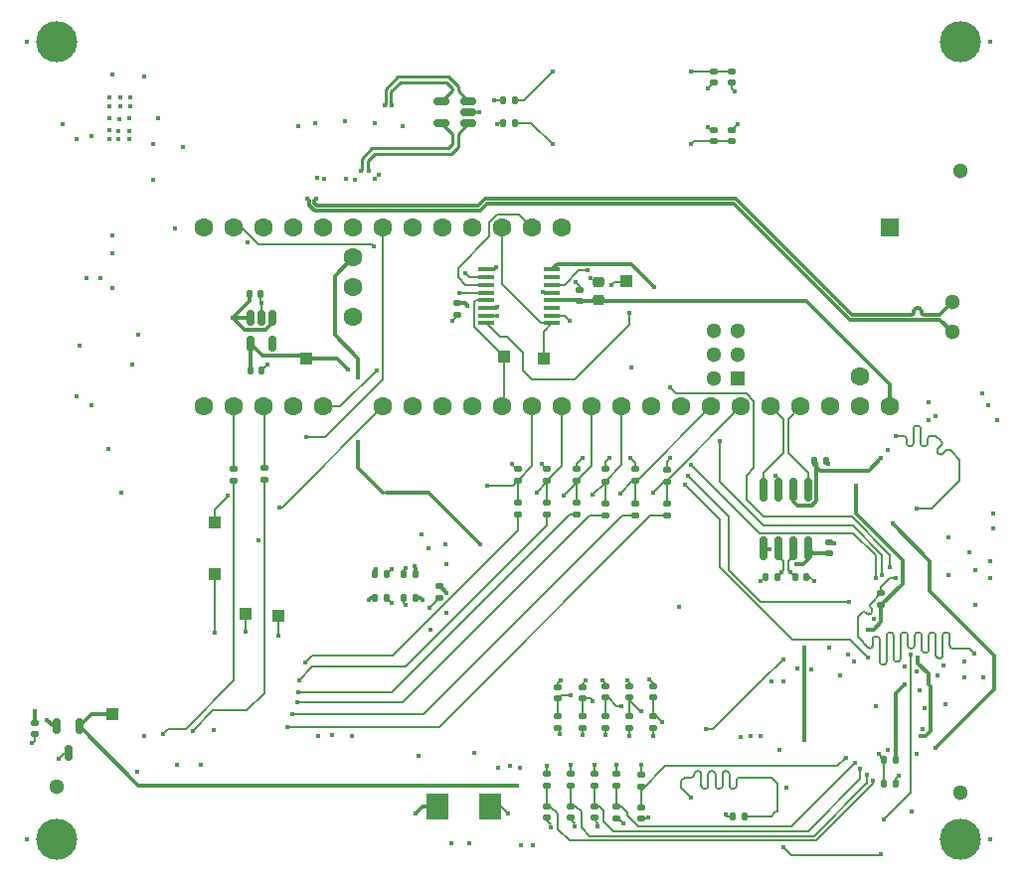
<source format=gbl>
%TF.GenerationSoftware,KiCad,Pcbnew,9.0.4*%
%TF.CreationDate,2026-02-10T01:46:23-05:00*%
%TF.ProjectId,main_board_v3,6d61696e-5f62-46f6-9172-645f76332e6b,rev?*%
%TF.SameCoordinates,Original*%
%TF.FileFunction,Copper,L4,Bot*%
%TF.FilePolarity,Positive*%
%FSLAX46Y46*%
G04 Gerber Fmt 4.6, Leading zero omitted, Abs format (unit mm)*
G04 Created by KiCad (PCBNEW 9.0.4) date 2026-02-10 01:46:23*
%MOMM*%
%LPD*%
G01*
G04 APERTURE LIST*
G04 Aperture macros list*
%AMRoundRect*
0 Rectangle with rounded corners*
0 $1 Rounding radius*
0 $2 $3 $4 $5 $6 $7 $8 $9 X,Y pos of 4 corners*
0 Add a 4 corners polygon primitive as box body*
4,1,4,$2,$3,$4,$5,$6,$7,$8,$9,$2,$3,0*
0 Add four circle primitives for the rounded corners*
1,1,$1+$1,$2,$3*
1,1,$1+$1,$4,$5*
1,1,$1+$1,$6,$7*
1,1,$1+$1,$8,$9*
0 Add four rect primitives between the rounded corners*
20,1,$1+$1,$2,$3,$4,$5,0*
20,1,$1+$1,$4,$5,$6,$7,0*
20,1,$1+$1,$6,$7,$8,$9,0*
20,1,$1+$1,$8,$9,$2,$3,0*%
G04 Aperture macros list end*
%TA.AperFunction,ComponentPad*%
%ADD10C,1.300000*%
%TD*%
%TA.AperFunction,ComponentPad*%
%ADD11C,3.500000*%
%TD*%
%TA.AperFunction,ComponentPad*%
%ADD12R,1.600000X1.600000*%
%TD*%
%TA.AperFunction,ComponentPad*%
%ADD13C,1.600000*%
%TD*%
%TA.AperFunction,ComponentPad*%
%ADD14R,1.300000X1.300000*%
%TD*%
%TA.AperFunction,SMDPad,CuDef*%
%ADD15RoundRect,0.135000X0.185000X-0.135000X0.185000X0.135000X-0.185000X0.135000X-0.185000X-0.135000X0*%
%TD*%
%TA.AperFunction,SMDPad,CuDef*%
%ADD16RoundRect,0.135000X-0.135000X-0.185000X0.135000X-0.185000X0.135000X0.185000X-0.135000X0.185000X0*%
%TD*%
%TA.AperFunction,SMDPad,CuDef*%
%ADD17RoundRect,0.135000X0.135000X0.185000X-0.135000X0.185000X-0.135000X-0.185000X0.135000X-0.185000X0*%
%TD*%
%TA.AperFunction,SMDPad,CuDef*%
%ADD18RoundRect,0.150000X-0.150000X0.512500X-0.150000X-0.512500X0.150000X-0.512500X0.150000X0.512500X0*%
%TD*%
%TA.AperFunction,SMDPad,CuDef*%
%ADD19RoundRect,0.140000X0.140000X0.170000X-0.140000X0.170000X-0.140000X-0.170000X0.140000X-0.170000X0*%
%TD*%
%TA.AperFunction,SMDPad,CuDef*%
%ADD20RoundRect,0.150000X-0.150000X0.825000X-0.150000X-0.825000X0.150000X-0.825000X0.150000X0.825000X0*%
%TD*%
%TA.AperFunction,SMDPad,CuDef*%
%ADD21R,1.874000X2.259800*%
%TD*%
%TA.AperFunction,SMDPad,CuDef*%
%ADD22RoundRect,0.140000X-0.170000X0.140000X-0.170000X-0.140000X0.170000X-0.140000X0.170000X0.140000X0*%
%TD*%
%TA.AperFunction,SMDPad,CuDef*%
%ADD23RoundRect,0.140000X0.170000X-0.140000X0.170000X0.140000X-0.170000X0.140000X-0.170000X-0.140000X0*%
%TD*%
%TA.AperFunction,SMDPad,CuDef*%
%ADD24RoundRect,0.135000X-0.185000X0.135000X-0.185000X-0.135000X0.185000X-0.135000X0.185000X0.135000X0*%
%TD*%
%TA.AperFunction,SMDPad,CuDef*%
%ADD25R,1.000000X1.000000*%
%TD*%
%TA.AperFunction,SMDPad,CuDef*%
%ADD26RoundRect,0.140000X-0.140000X-0.170000X0.140000X-0.170000X0.140000X0.170000X-0.140000X0.170000X0*%
%TD*%
%TA.AperFunction,SMDPad,CuDef*%
%ADD27RoundRect,0.225000X-0.250000X0.225000X-0.250000X-0.225000X0.250000X-0.225000X0.250000X0.225000X0*%
%TD*%
%TA.AperFunction,SMDPad,CuDef*%
%ADD28RoundRect,0.150000X0.512500X0.150000X-0.512500X0.150000X-0.512500X-0.150000X0.512500X-0.150000X0*%
%TD*%
%TA.AperFunction,SMDPad,CuDef*%
%ADD29R,1.473200X0.355600*%
%TD*%
%TA.AperFunction,ViaPad*%
%ADD30C,0.450000*%
%TD*%
%TA.AperFunction,Conductor*%
%ADD31C,0.200000*%
%TD*%
%TA.AperFunction,Conductor*%
%ADD32C,0.300000*%
%TD*%
%TA.AperFunction,Conductor*%
%ADD33C,0.288800*%
%TD*%
G04 APERTURE END LIST*
D10*
%TO.P,,1*%
%TO.N,N/C*%
X132000000Y-28000000D03*
%TD*%
%TO.P,,1*%
%TO.N,N/C*%
X132000000Y-81000000D03*
%TD*%
%TO.P,,1*%
%TO.N,N/C*%
X55000000Y-80500000D03*
%TD*%
D11*
%TO.P,H4,1*%
%TO.N,GNDA*%
X132000000Y-85000000D03*
%TD*%
%TO.P,H3,1*%
%TO.N,GNDD*%
X132000000Y-17000000D03*
%TD*%
%TO.P,H1,1*%
%TO.N,PGND*%
X55000000Y-17000000D03*
%TD*%
%TO.P,H2,1*%
%TO.N,PGND*%
X55000000Y-85000000D03*
%TD*%
D12*
%TO.P,U1,1,GND*%
%TO.N,GNDD*%
X126000000Y-32860000D03*
D13*
%TO.P,U1,12,10_CS_MQSR*%
%TO.N,!LDAC*%
X98060000Y-32860000D03*
%TO.P,U1,13,11_MOSI_CTX1*%
%TO.N,MOSI1*%
X95520000Y-32860000D03*
%TO.P,U1,14,12_MISO_MQSL*%
%TO.N,MISO1*%
X92980000Y-32860000D03*
%TO.P,U1,15,3V3*%
%TO.N,3V3_teensy*%
X90440000Y-32860000D03*
%TO.P,U1,16,24_A10_TX6_SCL2*%
%TO.N,unconnected-(U1-24_A10_TX6_SCL2-Pad16)*%
X87900000Y-32860000D03*
%TO.P,U1,17,25_A11_RX6_SDA2*%
%TO.N,unconnected-(U1-25_A11_RX6_SDA2-Pad17)*%
X85360000Y-32860000D03*
%TO.P,U1,18,26_A12_MOSI1*%
%TO.N,MOSI_ESP*%
X82820000Y-32860000D03*
%TO.P,U1,19,27_A13_SCK1*%
%TO.N,SCLK_ESP*%
X80280000Y-32860000D03*
%TO.P,U1,20,28_RX7*%
%TO.N,unconnected-(U1-28_RX7-Pad20)*%
X77740000Y-32860000D03*
%TO.P,U1,21,29_TX7*%
%TO.N,unconnected-(U1-29_TX7-Pad21)*%
X75200000Y-32860000D03*
%TO.P,U1,22,30_CRX3*%
%TO.N,RESET_DAC*%
X72660000Y-32860000D03*
%TO.P,U1,23,31_CTX3*%
%TO.N,SYNC*%
X70120000Y-32860000D03*
%TO.P,U1,24,32_OUT1B*%
%TO.N,LED_CONTROL*%
X67580000Y-32860000D03*
%TO.P,U1,25,33_MCLK2*%
%TO.N,unconnected-(U1-33_MCLK2-Pad25)*%
X67580000Y-48100000D03*
%TO.P,U1,26,34_RX8*%
%TO.N,Net-(U1-34_RX8)*%
X70120000Y-48100000D03*
%TO.P,U1,27,35_TX8*%
%TO.N,Net-(U1-35_TX8)*%
X72660000Y-48100000D03*
%TO.P,U1,28,36_CS*%
%TO.N,CS_ESP*%
X75200000Y-48100000D03*
%TO.P,U1,29,37_CS*%
%TO.N,!CS_ADC*%
X77740000Y-48100000D03*
%TO.P,U1,31,39_MISO1_OUT1A*%
%TO.N,MISO_ESP*%
X82820000Y-48100000D03*
%TO.P,U1,32,40_A16*%
%TO.N,unconnected-(U1-40_A16-Pad32)*%
X85360000Y-48100000D03*
%TO.P,U1,33,41_A17*%
%TO.N,!ERROR*%
X87900000Y-48100000D03*
%TO.P,U1,34,GND*%
%TO.N,GNDD*%
X90440000Y-48100000D03*
%TO.P,U1,35,13_SCK_LED*%
%TO.N,SCLK1*%
X92980000Y-48100000D03*
%TO.P,U1,36,14_A0_TX3_SPDIF_OUT*%
%TO.N,D6_shift*%
X95520000Y-48100000D03*
%TO.P,U1,37,15_A1_RX3_SPDIF_IN*%
%TO.N,D5_shift*%
X98060000Y-48100000D03*
%TO.P,U1,38,16_A2_RX4_SCL1*%
%TO.N,D4_shift*%
X100600000Y-48100000D03*
%TO.P,U1,39,17_A3_TX4_SDA1*%
%TO.N,D3_shift*%
X103140000Y-48100000D03*
%TO.P,U1,40,18_A4_SDA*%
%TO.N,SDA*%
X105680000Y-48100000D03*
%TO.P,U1,41,19_A5_SCL*%
%TO.N,SCL*%
X108220000Y-48100000D03*
%TO.P,U1,42,20_A6_TX5_LRCLK1*%
%TO.N,D2_shift*%
X110760000Y-48100000D03*
%TO.P,U1,43,21_A7_RX5_BCLK1*%
%TO.N,D1_shift*%
X113300000Y-48100000D03*
%TO.P,U1,44,22_A8_CTX1*%
%TO.N,CAND+*%
X115840000Y-48100000D03*
%TO.P,U1,45,23_A9_CRX1_MCLK1*%
%TO.N,CAND-*%
X118380000Y-48100000D03*
%TO.P,U1,46,3V3*%
%TO.N,3V3_to_buff*%
X120920000Y-48100000D03*
%TO.P,U1,47,GND*%
%TO.N,GNDA*%
X123460000Y-48100000D03*
%TO.P,U1,48,VIN*%
%TO.N,5V*%
X126000000Y-48100000D03*
%TO.P,U1,49,VUSB*%
%TO.N,unconnected-(U1-VUSB-Pad49)*%
X123460000Y-45560000D03*
%TO.P,U1,50,VBAT*%
%TO.N,Net-(BT1-+)*%
X80280000Y-35400000D03*
%TO.P,U1,51,3V3*%
%TO.N,unconnected-(U1-3V3-Pad51)*%
X80280000Y-37940000D03*
%TO.P,U1,52,GND*%
%TO.N,GNDD*%
X80280000Y-40480000D03*
D14*
%TO.P,U1,60,R+*%
%TO.N,RD+*%
X113030000Y-45661600D03*
D10*
%TO.P,U1,61,LED*%
%TO.N,unconnected-(U1-LED-Pad61)*%
X113030000Y-43661600D03*
%TO.P,U1,62,T-*%
%TO.N,TD-*%
X113030000Y-41661600D03*
%TO.P,U1,63,T+*%
%TO.N,TD+*%
X111030000Y-41661600D03*
%TO.P,U1,64,GND*%
%TO.N,GNDD*%
X111030000Y-43661600D03*
%TO.P,U1,65,R-*%
%TO.N,RD-*%
X111030000Y-45661600D03*
%TO.P,U1,66,D-*%
%TO.N,usb-*%
X131290000Y-41750000D03*
%TO.P,U1,67,D+*%
%TO.N,usb+*%
X131290000Y-39210000D03*
%TD*%
D15*
%TO.P,R49,1*%
%TO.N,A7_nyq*%
X102700000Y-80440000D03*
%TO.P,R49,2*%
%TO.N,AN7*%
X102700000Y-79420000D03*
%TD*%
%TO.P,R17,1*%
%TO.N,D1_shift*%
X107000000Y-54480000D03*
%TO.P,R17,2*%
%TO.N,GNDD*%
X107000000Y-53460000D03*
%TD*%
%TO.P,R65,1*%
%TO.N,A10_nyq*%
X96800000Y-80420000D03*
%TO.P,R65,2*%
%TO.N,AN10*%
X96800000Y-79400000D03*
%TD*%
D16*
%TO.P,R27,1*%
%TO.N,GNDD*%
X93005000Y-23950000D03*
%TO.P,R27,2*%
%TO.N,Net-(T1-RXCT)*%
X94025000Y-23950000D03*
%TD*%
D17*
%TO.P,R3,1*%
%TO.N,5V*%
X85610000Y-64400000D03*
%TO.P,R3,2*%
%TO.N,SCL_mag*%
X84590000Y-64400000D03*
%TD*%
D18*
%TO.P,IC1,1,IN*%
%TO.N,11.1V*%
X55050000Y-75362500D03*
%TO.P,IC1,2,OUT*%
%TO.N,5V_ref*%
X56950000Y-75362500D03*
%TO.P,IC1,3,GND*%
%TO.N,PGND*%
X56000000Y-77637500D03*
%TD*%
D15*
%TO.P,R4,1*%
%TO.N,DN6*%
X94300000Y-57310000D03*
%TO.P,R4,2*%
%TO.N,D6_shift*%
X94300000Y-56290000D03*
%TD*%
D19*
%TO.P,C3,1*%
%TO.N,GNDA*%
X120540000Y-52761600D03*
%TO.P,C3,2*%
%TO.N,5V*%
X119580000Y-52761600D03*
%TD*%
D20*
%TO.P,U3,1,TXD*%
%TO.N,CAND+*%
X115190000Y-55211600D03*
%TO.P,U3,2,VSS*%
%TO.N,GNDD*%
X116460000Y-55211600D03*
%TO.P,U3,3,VDD*%
%TO.N,5V*%
X117730000Y-55211600D03*
%TO.P,U3,4,RXD*%
%TO.N,CAND-*%
X119000000Y-55211600D03*
%TO.P,U3,5,VIO*%
%TO.N,3V3_teensy*%
X119000000Y-60161600D03*
%TO.P,U3,6,CANL*%
%TO.N,CAN-*%
X117730000Y-60161600D03*
%TO.P,U3,7,CANH*%
%TO.N,CAN+*%
X116460000Y-60161600D03*
%TO.P,U3,8,STBY*%
%TO.N,GNDD*%
X115190000Y-60161600D03*
%TD*%
D21*
%TO.P,D1,1,K*%
%TO.N,11.1V*%
X87486000Y-82200000D03*
%TO.P,D1,2,A*%
%TO.N,11.1V_battery*%
X91900000Y-82200000D03*
%TD*%
D16*
%TO.P,R13,1*%
%TO.N,Net-(IC6-AIN14)*%
X125500000Y-80250000D03*
%TO.P,R13,2*%
%TO.N,GNDA*%
X126520000Y-80250000D03*
%TD*%
D22*
%TO.P,C45,1*%
%TO.N,A9_nyq*%
X98800000Y-82150000D03*
%TO.P,C45,2*%
%TO.N,GNDA*%
X98800000Y-83110000D03*
%TD*%
D15*
%TO.P,R18,1*%
%TO.N,D2_shift*%
X104300000Y-54420000D03*
%TO.P,R18,2*%
%TO.N,GNDD*%
X104300000Y-53400000D03*
%TD*%
D23*
%TO.P,C29,1*%
%TO.N,GNDD*%
X112500000Y-20478685D03*
%TO.P,C29,2*%
%TO.N,Net-(T1-TCT)*%
X112500000Y-19518685D03*
%TD*%
D15*
%TO.P,R29,1*%
%TO.N,DN3*%
X101800000Y-57420000D03*
%TO.P,R29,2*%
%TO.N,D3_shift*%
X101800000Y-56400000D03*
%TD*%
D22*
%TO.P,C12,1*%
%TO.N,GNDD*%
X99600000Y-38120000D03*
%TO.P,C12,2*%
%TO.N,5V*%
X99600000Y-39080000D03*
%TD*%
D18*
%TO.P,IC2,1,IN*%
%TO.N,3V3_esp*%
X71500000Y-40500000D03*
%TO.P,IC2,2,GND*%
%TO.N,PGND*%
X72450000Y-40500000D03*
%TO.P,IC2,3,EN*%
%TO.N,3V3_esp*%
X73400000Y-40500000D03*
%TO.P,IC2,4,NC*%
%TO.N,unconnected-(IC2-NC-Pad4)*%
X73400000Y-42775000D03*
%TO.P,IC2,5,OUT*%
%TO.N,2V5*%
X71500000Y-42775000D03*
%TD*%
D24*
%TO.P,R44,1*%
%TO.N,A4_nyq*%
X103800000Y-74490000D03*
%TO.P,R44,2*%
%TO.N,AN4*%
X103800000Y-75510000D03*
%TD*%
D16*
%TO.P,R28,1*%
%TO.N,GNDD*%
X93005000Y-21960000D03*
%TO.P,R28,2*%
%TO.N,Net-(T1-TXCT)*%
X94025000Y-21960000D03*
%TD*%
D22*
%TO.P,C43,1*%
%TO.N,A7_nyq*%
X102700000Y-82220000D03*
%TO.P,C43,2*%
%TO.N,GNDA*%
X102700000Y-83180000D03*
%TD*%
%TO.P,C42,1*%
%TO.N,A6_nyq*%
X104800000Y-82260000D03*
%TO.P,C42,2*%
%TO.N,GNDA*%
X104800000Y-83220000D03*
%TD*%
D15*
%TO.P,R19,1*%
%TO.N,DN2*%
X104300000Y-57420000D03*
%TO.P,R19,2*%
%TO.N,D2_shift*%
X104300000Y-56400000D03*
%TD*%
D25*
%TO.P,TP4,1,1*%
%TO.N,MISO1*%
X96500000Y-44000000D03*
%TD*%
D23*
%TO.P,C35,1*%
%TO.N,A4_nyq*%
X103800000Y-72900000D03*
%TO.P,C35,2*%
%TO.N,GNDA*%
X103800000Y-71940000D03*
%TD*%
D15*
%TO.P,R26,1*%
%TO.N,D3_shift*%
X101750000Y-54460000D03*
%TO.P,R26,2*%
%TO.N,GNDD*%
X101750000Y-53440000D03*
%TD*%
D24*
%TO.P,R41,1*%
%TO.N,A1_nyq*%
X97700000Y-74490000D03*
%TO.P,R41,2*%
%TO.N,AN1*%
X97700000Y-75510000D03*
%TD*%
D26*
%TO.P,C2,1*%
%TO.N,2V5*%
X71540000Y-45000000D03*
%TO.P,C2,2*%
%TO.N,PGND*%
X72500000Y-45000000D03*
%TD*%
D27*
%TO.P,C11,1*%
%TO.N,GNDD*%
X101200000Y-37500000D03*
%TO.P,C11,2*%
%TO.N,5V*%
X101200000Y-39050000D03*
%TD*%
D25*
%TO.P,RX_ESP,1,1*%
%TO.N,Net-(U5-GPIO20{slash}D7{slash}RX)*%
X68500000Y-58000000D03*
%TD*%
%TO.P,TP5,1,1*%
%TO.N,MOSI1*%
X103500000Y-37400000D03*
%TD*%
D15*
%TO.P,R30,1*%
%TO.N,D4_shift*%
X99300000Y-54420000D03*
%TO.P,R30,2*%
%TO.N,GNDD*%
X99300000Y-53400000D03*
%TD*%
D26*
%TO.P,C51,1*%
%TO.N,CAN-*%
X117910000Y-62626600D03*
%TO.P,C51,2*%
%TO.N,GNDD*%
X118870000Y-62626600D03*
%TD*%
D19*
%TO.P,C52,1*%
%TO.N,CAN+*%
X116370000Y-62626600D03*
%TO.P,C52,2*%
%TO.N,GNDD*%
X115410000Y-62626600D03*
%TD*%
D17*
%TO.P,R5,1*%
%TO.N,5V*%
X126510000Y-78250000D03*
%TO.P,R5,2*%
%TO.N,Net-(IC6-AIN14)*%
X125490000Y-78250000D03*
%TD*%
D28*
%TO.P,D2,1,A_1*%
%TO.N,TX+*%
X90100000Y-22050000D03*
%TO.P,D2,2,A_2*%
%TO.N,GNDD*%
X90100000Y-23000000D03*
%TO.P,D2,3,A_3*%
%TO.N,RX-*%
X90100000Y-23950000D03*
%TO.P,D2,4,K_1*%
%TO.N,RX+*%
X87825000Y-23950000D03*
%TO.P,D2,5,K_2*%
%TO.N,TX-*%
X87825000Y-22050000D03*
%TD*%
D25*
%TO.P,TP13,1,1*%
%TO.N,5V_ref*%
X59800000Y-74300000D03*
%TD*%
D22*
%TO.P,C44,1*%
%TO.N,A8_nyq*%
X100800000Y-82180000D03*
%TO.P,C44,2*%
%TO.N,GNDA*%
X100800000Y-83140000D03*
%TD*%
D15*
%TO.P,R16,1*%
%TO.N,DN1*%
X107000000Y-57420000D03*
%TO.P,R16,2*%
%TO.N,D1_shift*%
X107000000Y-56400000D03*
%TD*%
D29*
%TO.P,U2,1,VREF*%
%TO.N,2V5_ref*%
X97219400Y-36425001D03*
%TO.P,U2,2,NC*%
%TO.N,unconnected-(U2-NC-Pad2)*%
X97219400Y-37074999D03*
%TO.P,U2,3,VOUTA*%
%TO.N,bias_A*%
X97219400Y-37725001D03*
%TO.P,U2,4,GND*%
%TO.N,GNDD*%
X97219400Y-38374999D03*
%TO.P,U2,5,VDD*%
%TO.N,5V*%
X97219400Y-39024998D03*
%TO.P,U2,6,NC*%
%TO.N,unconnected-(U2-NC-Pad6)*%
X97219400Y-39674999D03*
%TO.P,U2,7,VOUTB*%
%TO.N,bias_B*%
X97219400Y-40324998D03*
%TO.P,U2,8,SDO*%
%TO.N,MISO1*%
X97219400Y-40974999D03*
%TO.P,U2,9,\u002ALDAC*%
%TO.N,!LDAC*%
X91580600Y-40974999D03*
%TO.P,U2,10,GAIN*%
%TO.N,GNDD*%
X91580600Y-40325001D03*
%TO.P,U2,11,VLOGIC*%
%TO.N,3V3_teensy*%
X91580600Y-39674999D03*
%TO.P,U2,12,SCLK*%
%TO.N,SCLK1*%
X91580600Y-39025001D03*
%TO.P,U2,13,\u002ASYNC*%
%TO.N,SYNC*%
X91580600Y-38375002D03*
%TO.P,U2,14,SDIN*%
%TO.N,MOSI1*%
X91580600Y-37725001D03*
%TO.P,U2,15,\u002ARESET*%
%TO.N,RESET_DAC*%
X91580600Y-37075002D03*
%TO.P,U2,16,RSTSEL*%
%TO.N,3V3_teensy*%
X91580600Y-36425001D03*
%TD*%
D26*
%TO.P,C1,1*%
%TO.N,3V3_esp*%
X71420000Y-38498898D03*
%TO.P,C1,2*%
%TO.N,PGND*%
X72380000Y-38498898D03*
%TD*%
D15*
%TO.P,R48,1*%
%TO.N,A6_nyq*%
X104800000Y-80500000D03*
%TO.P,R48,2*%
%TO.N,AN6*%
X104800000Y-79480000D03*
%TD*%
D22*
%TO.P,C46,1*%
%TO.N,A10_nyq*%
X96800000Y-82160000D03*
%TO.P,C46,2*%
%TO.N,GNDA*%
X96800000Y-83120000D03*
%TD*%
D17*
%TO.P,R7,1*%
%TO.N,3V3_esp*%
X85610000Y-62400000D03*
%TO.P,R7,2*%
%TO.N,SCL*%
X84590000Y-62400000D03*
%TD*%
D24*
%TO.P,R43,1*%
%TO.N,A3_nyq*%
X101800000Y-74480000D03*
%TO.P,R43,2*%
%TO.N,AN3*%
X101800000Y-75500000D03*
%TD*%
D17*
%TO.P,R39,1*%
%TO.N,sg_sense_2_FR*%
X113610000Y-83000000D03*
%TO.P,R39,2*%
%TO.N,GNDA*%
X112590000Y-83000000D03*
%TD*%
D24*
%TO.P,R40,1*%
%TO.N,5V*%
X87600000Y-63400000D03*
%TO.P,R40,2*%
%TO.N,Net-(IC9-EN)*%
X87600000Y-64420000D03*
%TD*%
D25*
%TO.P,TX_ESP,1,1*%
%TO.N,Net-(U5-GPIO21{slash}D6{slash}TX)*%
X73900000Y-65900000D03*
%TD*%
D15*
%TO.P,R64,1*%
%TO.N,A9_nyq*%
X98800000Y-80410000D03*
%TO.P,R64,2*%
%TO.N,AN9*%
X98800000Y-79390000D03*
%TD*%
D23*
%TO.P,C34,1*%
%TO.N,A3_nyq*%
X101800000Y-72900000D03*
%TO.P,C34,2*%
%TO.N,GNDA*%
X101800000Y-71940000D03*
%TD*%
D25*
%TO.P,TP6,1,1*%
%TO.N,SCLK1*%
X93111100Y-43850000D03*
%TD*%
D22*
%TO.P,C32,1*%
%TO.N,GNDD*%
X111000000Y-24518685D03*
%TO.P,C32,2*%
%TO.N,Net-(T1-RCT)*%
X111000000Y-25478685D03*
%TD*%
D25*
%TO.P,2V5,1,1*%
%TO.N,2V5*%
X76250000Y-44000000D03*
%TD*%
D15*
%TO.P,R14,1*%
%TO.N,GP{slash}Int1*%
X72730000Y-54371600D03*
%TO.P,R14,2*%
%TO.N,Net-(U1-35_TX8)*%
X72730000Y-53351600D03*
%TD*%
D16*
%TO.P,R6,1*%
%TO.N,3V3_esp*%
X82100000Y-62400000D03*
%TO.P,R6,2*%
%TO.N,SDA*%
X83120000Y-62400000D03*
%TD*%
D15*
%TO.P,R2,1*%
%TO.N,GP{slash}Int2*%
X70130000Y-54381600D03*
%TO.P,R2,2*%
%TO.N,Net-(U1-34_RX8)*%
X70130000Y-53361600D03*
%TD*%
D16*
%TO.P,R8,1*%
%TO.N,5V*%
X82090000Y-64400000D03*
%TO.P,R8,2*%
%TO.N,SDA_mag*%
X83110000Y-64400000D03*
%TD*%
D24*
%TO.P,R46,1*%
%TO.N,A5_nyq*%
X105800000Y-74480000D03*
%TO.P,R46,2*%
%TO.N,AN5*%
X105800000Y-75500000D03*
%TD*%
D23*
%TO.P,C33,1*%
%TO.N,A2_nyq*%
X99800000Y-72990000D03*
%TO.P,C33,2*%
%TO.N,GNDA*%
X99800000Y-72030000D03*
%TD*%
%TO.P,C41,1*%
%TO.N,PGND*%
X53200000Y-76030000D03*
%TO.P,C41,2*%
%TO.N,11.1V*%
X53200000Y-75070000D03*
%TD*%
%TO.P,C37,1*%
%TO.N,A5_nyq*%
X105800000Y-72870000D03*
%TO.P,C37,2*%
%TO.N,GNDA*%
X105800000Y-71910000D03*
%TD*%
D25*
%TO.P,SDA_ESP,1,1*%
%TO.N,Net-(U5-GPIO6{slash}D4{slash}SDA)*%
X68500000Y-62400000D03*
%TD*%
D15*
%TO.P,R63,1*%
%TO.N,A8_nyq*%
X100800000Y-80410000D03*
%TO.P,R63,2*%
%TO.N,AN8*%
X100800000Y-79390000D03*
%TD*%
%TO.P,R20,1*%
%TO.N,2V5*%
X125250000Y-65010000D03*
%TO.P,R20,2*%
%TO.N,sg1-*%
X125250000Y-63990000D03*
%TD*%
D22*
%TO.P,C24,1*%
%TO.N,3V3_teensy*%
X89150000Y-39300000D03*
%TO.P,C24,2*%
%TO.N,GNDD*%
X89150000Y-40260000D03*
%TD*%
D23*
%TO.P,C28,1*%
%TO.N,A1_nyq*%
X97700000Y-72980000D03*
%TO.P,C28,2*%
%TO.N,GNDA*%
X97700000Y-72020000D03*
%TD*%
D22*
%TO.P,C31,1*%
%TO.N,GNDD*%
X112500000Y-24498685D03*
%TO.P,C31,2*%
%TO.N,Net-(T1-RCT)*%
X112500000Y-25458685D03*
%TD*%
D25*
%TO.P,SCL_ESP,1,1*%
%TO.N,Net-(U5-GPIO7{slash}D5{slash}SCL)*%
X71100000Y-65800000D03*
%TD*%
D22*
%TO.P,C4,1*%
%TO.N,GNDA*%
X120845000Y-59646600D03*
%TO.P,C4,2*%
%TO.N,3V3_teensy*%
X120845000Y-60606600D03*
%TD*%
D24*
%TO.P,R15,1*%
%TO.N,GNDD*%
X94300000Y-53380000D03*
%TO.P,R15,2*%
%TO.N,D6_shift*%
X94300000Y-54400000D03*
%TD*%
%TO.P,R42,1*%
%TO.N,A2_nyq*%
X99800000Y-74480000D03*
%TO.P,R42,2*%
%TO.N,AN2*%
X99800000Y-75500000D03*
%TD*%
D15*
%TO.P,R34,1*%
%TO.N,DN5*%
X96750000Y-57310000D03*
%TO.P,R34,2*%
%TO.N,D5_shift*%
X96750000Y-56290000D03*
%TD*%
%TO.P,R31,1*%
%TO.N,DN4*%
X99300000Y-57320000D03*
%TO.P,R31,2*%
%TO.N,D4_shift*%
X99300000Y-56300000D03*
%TD*%
D23*
%TO.P,C30,1*%
%TO.N,GNDD*%
X111000000Y-20458685D03*
%TO.P,C30,2*%
%TO.N,Net-(T1-TCT)*%
X111000000Y-19498685D03*
%TD*%
D15*
%TO.P,R32,1*%
%TO.N,D5_shift*%
X96800000Y-54420000D03*
%TO.P,R32,2*%
%TO.N,GNDD*%
X96800000Y-53400000D03*
%TD*%
D30*
%TO.N,GNDA*%
X127800000Y-82600000D03*
X95550000Y-85500000D03*
X116600000Y-77400000D03*
X105400000Y-83100000D03*
X121250000Y-59775000D03*
X103600000Y-71400000D03*
X100100000Y-71440000D03*
X97100000Y-84000000D03*
X135124000Y-49250000D03*
X124800000Y-73600000D03*
X130514040Y-70178343D03*
X129250000Y-49250000D03*
X90600000Y-77600000D03*
X114100000Y-76200000D03*
X132321212Y-69789943D03*
X112000000Y-82900000D03*
X134500000Y-85000000D03*
X134500000Y-61250000D03*
X99100000Y-83900000D03*
X133250000Y-65000000D03*
X101500000Y-71400000D03*
X105500000Y-71390000D03*
X130750000Y-73500000D03*
X128800000Y-75600000D03*
X113300000Y-76300000D03*
X115000000Y-76200000D03*
X126700000Y-79600000D03*
X125800000Y-51800000D03*
X128301000Y-77700000D03*
X128511866Y-72259128D03*
X117200000Y-80600000D03*
X129834854Y-48932893D03*
X101100000Y-83900000D03*
X115900000Y-71500000D03*
X120750000Y-53000000D03*
X127250000Y-70250000D03*
X103300000Y-83600000D03*
X134750000Y-57250000D03*
X97925000Y-71425000D03*
X133900000Y-71200000D03*
X132750000Y-60500000D03*
%TO.N,2V5*%
X123100000Y-54800000D03*
X118700000Y-76500000D03*
X118700000Y-68600000D03*
X124075000Y-67100000D03*
X128900000Y-73825000D03*
X79800000Y-44900000D03*
%TO.N,5V_usb*%
X62000000Y-42000000D03*
X65100000Y-32900000D03*
%TO.N,5V*%
X61500000Y-44500000D03*
X134750000Y-58500000D03*
X68400000Y-75700000D03*
X129250000Y-47750000D03*
X133874000Y-47000000D03*
X130000000Y-71000000D03*
X88200000Y-65700000D03*
X86200000Y-64600000D03*
X132300000Y-71200000D03*
X133250000Y-62000000D03*
X59400000Y-51700000D03*
X134374000Y-48000000D03*
X56750000Y-47250000D03*
X88247968Y-63969908D03*
X78492280Y-76091874D03*
X125250000Y-52500000D03*
X127250002Y-71781670D03*
X81600000Y-64600000D03*
X134500000Y-62750000D03*
X128301000Y-70700000D03*
%TO.N,11.1V_battery*%
X93500000Y-82800000D03*
X92600000Y-78900000D03*
X93600000Y-78700000D03*
%TO.N,sg1+*%
X127776000Y-69250000D03*
X125500000Y-83250000D03*
%TO.N,sg2+*%
X110300000Y-75625000D03*
X116875000Y-69625000D03*
%TO.N,SDA_mag*%
X83565000Y-64855000D03*
%TO.N,SCL_mag*%
X84725000Y-65000000D03*
%TO.N,DN6*%
X76150000Y-69950000D03*
%TO.N,AN5*%
X105800000Y-76200000D03*
%TO.N,DN4*%
X75600000Y-72425000D03*
%TO.N,AN4*%
X103800000Y-76200000D03*
%TO.N,DN5*%
X75700000Y-71400000D03*
%TO.N,RX-*%
X90100000Y-23950000D03*
X81570300Y-28000000D03*
%TO.N,DN2*%
X75108732Y-74333732D03*
%TO.N,GP{slash}Int1*%
X66621232Y-75721232D03*
%TO.N,Net-(BT1-+)*%
X80700000Y-51100000D03*
X91100000Y-59800000D03*
X80700000Y-45600000D03*
%TO.N,AN10*%
X96800000Y-78700000D03*
%TO.N,RX+*%
X87825000Y-23950000D03*
X80929700Y-28000000D03*
%TO.N,AN2*%
X99800000Y-76100000D03*
%TO.N,PGND*%
X60365000Y-23591000D03*
X57575000Y-37150000D03*
X52500000Y-85000000D03*
X73000000Y-44500000D03*
X59750000Y-33500000D03*
X62500000Y-20000000D03*
X61200000Y-23500000D03*
X88600000Y-85300000D03*
X58000000Y-25000000D03*
X59750000Y-38000000D03*
X60300000Y-25300000D03*
X58725000Y-37150000D03*
X61300000Y-21700000D03*
X59500000Y-25300000D03*
X59500000Y-24500000D03*
X60400000Y-21700000D03*
X61200000Y-24600000D03*
X52900000Y-76800000D03*
X72500000Y-39250000D03*
X61300000Y-22500000D03*
X59500000Y-21700000D03*
X58000000Y-48000000D03*
X56750000Y-25250000D03*
X59500000Y-23500000D03*
X56934616Y-42890000D03*
X52500000Y-17000000D03*
X59750000Y-35000000D03*
X60400000Y-22500000D03*
X63250000Y-25750000D03*
X59500000Y-22500000D03*
X55200000Y-78100000D03*
X61200000Y-25300000D03*
X60300000Y-24600000D03*
%TO.N,AN3*%
X101800000Y-76100000D03*
%TO.N,DN1*%
X74645382Y-75387082D03*
%TO.N,usb-*%
X76400000Y-30366387D03*
%TO.N,AN1*%
X97900000Y-76000000D03*
%TO.N,TX-*%
X83570300Y-22400000D03*
X87825000Y-22050000D03*
%TO.N,sg_sense_1_FL*%
X125250000Y-86250000D03*
X116900000Y-85625000D03*
%TO.N,AN6*%
X104800000Y-78600000D03*
%TO.N,TX+*%
X82929700Y-22400000D03*
X90100000Y-22050000D03*
%TO.N,DN3*%
X75500000Y-73325000D03*
%TO.N,usb+*%
X77100000Y-30366387D03*
%TO.N,sg_sense_2_FR*%
X109000000Y-81400000D03*
%TO.N,AN7*%
X102700000Y-78600000D03*
%TO.N,AN8*%
X100800000Y-78600000D03*
%TO.N,GP{slash}Int2*%
X64100000Y-76000000D03*
%TO.N,3V3_teensy*%
X92539861Y-39564806D03*
X118005087Y-61547984D03*
X90000000Y-39500000D03*
X92455000Y-36250000D03*
%TO.N,AN9*%
X98800000Y-78600000D03*
%TO.N,CAN-*%
X117491700Y-62208300D03*
%TO.N,CAN+*%
X116733352Y-62233352D03*
%TO.N,GNDD*%
X113000000Y-24000000D03*
X134500000Y-17000000D03*
X121700000Y-71000000D03*
X82100000Y-28700000D03*
X120800000Y-68600000D03*
X82100000Y-23900000D03*
X112750000Y-21250000D03*
X118100000Y-70400000D03*
X88250000Y-61520000D03*
X92250000Y-22000000D03*
X79682584Y-28659362D03*
X84500000Y-24200000D03*
X67300000Y-78600000D03*
X93800000Y-53000000D03*
X116200000Y-54000000D03*
X110500000Y-21000000D03*
X77300000Y-76200000D03*
X115000000Y-63000000D03*
X80200000Y-76200000D03*
X92500000Y-24000000D03*
X85800000Y-77900000D03*
X99250000Y-37500000D03*
X86900000Y-67100000D03*
X65300000Y-78600000D03*
X103900000Y-52475000D03*
X60500000Y-55400000D03*
X99800000Y-52475000D03*
X100481112Y-37107529D03*
X82440900Y-28307152D03*
X75600000Y-24200000D03*
X115735000Y-60250000D03*
X119300000Y-70500000D03*
X116900000Y-71500000D03*
X92500000Y-40400000D03*
X77000000Y-23900000D03*
X62500000Y-76200000D03*
X80440900Y-28740159D03*
X96396069Y-38318859D03*
X108000000Y-65200000D03*
X110500000Y-24250000D03*
X91000000Y-23000000D03*
X79600000Y-23800000D03*
X77233350Y-28633251D03*
X107300000Y-52475000D03*
X96300000Y-53000000D03*
X77800000Y-28700000D03*
X86720000Y-60200000D03*
X119500000Y-63000000D03*
X88750000Y-40750000D03*
X122922742Y-69863044D03*
X102100000Y-52475000D03*
X61900000Y-79200000D03*
%TO.N,B-*%
X90200000Y-85300000D03*
X94500000Y-78900000D03*
X94550000Y-85500000D03*
%TO.N,5V_buck*%
X65750000Y-26000000D03*
X63624061Y-23503097D03*
X59750000Y-19750000D03*
X63250000Y-28750000D03*
%TO.N,5V_ref*%
X94200000Y-80400000D03*
%TO.N,A1_nyq*%
X98800000Y-72700000D03*
%TO.N,Net-(T1-TCT)*%
X109000000Y-19500000D03*
%TO.N,Net-(T1-RCT)*%
X109000000Y-25750000D03*
%TO.N,A2_nyq*%
X100700000Y-73225000D03*
%TO.N,A3_nyq*%
X103100000Y-73626000D03*
%TO.N,A4_nyq*%
X104824000Y-74027000D03*
%TO.N,A5_nyq*%
X106600000Y-75000000D03*
%TO.N,11.1V*%
X53200000Y-74100000D03*
X54200000Y-74800000D03*
X85600000Y-82800000D03*
X55500000Y-24000000D03*
%TO.N,A6_nyq*%
X122250000Y-78000000D03*
%TO.N,A7_nyq*%
X123000000Y-78500000D03*
%TO.N,A8_nyq*%
X123475000Y-79000000D03*
%TO.N,A9_nyq*%
X124000000Y-79500000D03*
%TO.N,A10_nyq*%
X124525000Y-79997449D03*
%TO.N,!ERROR*%
X122500000Y-64750000D03*
X108750000Y-54000000D03*
%TO.N,D6_shift*%
X91700000Y-54800000D03*
%TO.N,SDA*%
X83570000Y-61950000D03*
%TO.N,SCL*%
X84725000Y-61900000D03*
%TO.N,D1_shift*%
X105786119Y-55413881D03*
%TO.N,D2_shift*%
X103000000Y-55500000D03*
%TO.N,sg1-*%
X126500000Y-62750000D03*
X133149173Y-69139173D03*
%TO.N,sg2-*%
X126500000Y-50600000D03*
X128250000Y-56750000D03*
%TO.N,D3_shift*%
X100700000Y-55600000D03*
%TO.N,Net-(T1-RXCT)*%
X97250000Y-25750000D03*
%TO.N,Net-(T1-TXCT)*%
X97250000Y-19500000D03*
%TO.N,D4_shift*%
X98200000Y-55700000D03*
%TO.N,D5_shift*%
X95900000Y-55400000D03*
%TO.N,Net-(IC9-EN)*%
X86760000Y-65260000D03*
%TO.N,MISO_ESP*%
X74030000Y-56661600D03*
%TO.N,MOSI_ESP*%
X76300000Y-50700000D03*
%TO.N,MISO1*%
X126000000Y-61750000D03*
X107250000Y-46500000D03*
%TO.N,MOSI1*%
X125336861Y-62470542D03*
X111500000Y-51000000D03*
X102228768Y-37771232D03*
%TO.N,SCLK1*%
X124750000Y-62750000D03*
X109071232Y-53071232D03*
%TO.N,bias_A*%
X100250000Y-36500000D03*
X131000000Y-62500000D03*
%TO.N,2V5_ref*%
X105900000Y-37900000D03*
X126200000Y-58100000D03*
X129900000Y-77200000D03*
X125800000Y-77400000D03*
%TO.N,!CS_ADC*%
X82250000Y-45000000D03*
X108500000Y-54750000D03*
X124075000Y-69500000D03*
%TO.N,bias_B*%
X98750000Y-40750000D03*
X131000000Y-59250000D03*
X104000000Y-44750000D03*
%TO.N,!LDAC*%
X103800000Y-40100000D03*
%TO.N,SYNC*%
X89317952Y-38375002D03*
X82000000Y-34400000D03*
%TO.N,3V3_esp*%
X71271000Y-34100000D03*
X122400000Y-69200000D03*
X82220000Y-61950000D03*
X128586792Y-76214040D03*
X70000000Y-40500000D03*
X85470000Y-61700000D03*
X72200000Y-59500000D03*
X124647000Y-66200000D03*
X88100000Y-59800000D03*
X128374126Y-69504449D03*
X86100000Y-59000000D03*
%TO.N,Net-(U5-GPIO21{slash}D6{slash}TX)*%
X73900000Y-67600000D03*
%TO.N,Net-(U5-GPIO20{slash}D7{slash}RX)*%
X69605000Y-55700000D03*
%TO.N,Net-(U5-GPIO6{slash}D4{slash}SDA)*%
X68500000Y-67400000D03*
%TO.N,Net-(U5-GPIO7{slash}D5{slash}SCL)*%
X71100000Y-67300000D03*
%TO.N,Net-(IC6-AIN14)*%
X125075000Y-77700000D03*
%TO.N,RESET_DAC*%
X89800000Y-36700000D03*
%TD*%
D31*
%TO.N,GNDA*%
X101800000Y-71940000D02*
X101800000Y-71700000D01*
X102700000Y-83180000D02*
X102880000Y-83180000D01*
X100800000Y-83300000D02*
X101100000Y-83600000D01*
X130514040Y-70178343D02*
X130500000Y-70164303D01*
X120540000Y-52761600D02*
X120540000Y-52790000D01*
X98800000Y-83110000D02*
X98800000Y-83300000D01*
X126520000Y-79780000D02*
X126700000Y-79600000D01*
X99800000Y-72030000D02*
X99800000Y-71740000D01*
X130500000Y-70164303D02*
X130500000Y-70059817D01*
X99800000Y-71740000D02*
X100100000Y-71440000D01*
X97925000Y-71425000D02*
X97700000Y-71650000D01*
X105280000Y-83220000D02*
X105400000Y-83100000D01*
X96800000Y-83120000D02*
X96800000Y-83400000D01*
X105800000Y-71690000D02*
X105500000Y-71390000D01*
X112590000Y-83000000D02*
X112100000Y-83000000D01*
X96800000Y-83400000D02*
X97100000Y-83700000D01*
X104800000Y-83220000D02*
X105280000Y-83220000D01*
X130500000Y-70059817D02*
X130503290Y-70059636D01*
X112100000Y-83000000D02*
X112000000Y-82900000D01*
X97700000Y-71650000D02*
X97700000Y-72020000D01*
X100800000Y-83140000D02*
X100800000Y-83300000D01*
X101800000Y-71700000D02*
X101500000Y-71400000D01*
X105800000Y-71910000D02*
X105800000Y-71690000D01*
X103800000Y-71940000D02*
X103800000Y-71600000D01*
X121121600Y-59646600D02*
X121250000Y-59775000D01*
X120540000Y-52790000D02*
X120750000Y-53000000D01*
X126520000Y-80250000D02*
X126520000Y-79780000D01*
X103800000Y-71600000D02*
X103600000Y-71400000D01*
X98800000Y-83300000D02*
X99100000Y-83600000D01*
X120845000Y-59646600D02*
X121121600Y-59646600D01*
X102880000Y-83180000D02*
X103300000Y-83600000D01*
D32*
%TO.N,2V5*%
X124600000Y-67100000D02*
X125250000Y-66450000D01*
X72513500Y-43788500D02*
X76038500Y-43788500D01*
X127076000Y-61188190D02*
X127076000Y-63184000D01*
X71500000Y-44960000D02*
X71540000Y-45000000D01*
X71500000Y-42775000D02*
X72513500Y-43788500D01*
X76038500Y-43788500D02*
X76250000Y-44000000D01*
X118700000Y-76500000D02*
X118700000Y-68600000D01*
X127076000Y-63184000D02*
X125250000Y-65010000D01*
X123100000Y-57212190D02*
X127076000Y-61188190D01*
X78900000Y-44000000D02*
X79800000Y-44900000D01*
X76250000Y-44000000D02*
X78900000Y-44000000D01*
X124075000Y-67100000D02*
X124600000Y-67100000D01*
X123100000Y-54800000D02*
X123100000Y-57212190D01*
X71500000Y-42775000D02*
X71500000Y-44960000D01*
X125250000Y-66450000D02*
X125250000Y-65010000D01*
%TO.N,5V*%
X117730000Y-56186599D02*
X118081001Y-56537600D01*
X97219400Y-39024998D02*
X99544998Y-39024998D01*
X81800000Y-64400000D02*
X81600000Y-64600000D01*
X118081001Y-56537600D02*
X119361678Y-56537600D01*
X101000000Y-39080000D02*
X118880000Y-39080000D01*
X119750000Y-56149278D02*
X119750000Y-52931600D01*
X126510000Y-78250000D02*
X126510000Y-72521672D01*
X119361678Y-56537600D02*
X119750000Y-56149278D01*
X119750000Y-52931600D02*
X119580000Y-52761600D01*
X117730000Y-55211600D02*
X117730000Y-56186599D01*
X99544998Y-39024998D02*
X99600000Y-39080000D01*
X101000000Y-39080000D02*
X99600000Y-39080000D01*
X120084401Y-53576000D02*
X124174000Y-53576000D01*
X118880000Y-39080000D02*
X126000000Y-46200000D01*
X87600000Y-63400000D02*
X87686823Y-63400000D01*
X86000000Y-64400000D02*
X86200000Y-64600000D01*
X119580000Y-52761600D02*
X119580000Y-53071599D01*
X119580000Y-53071599D02*
X120084401Y-53576000D01*
X126000000Y-46200000D02*
X126000000Y-48100000D01*
X82090000Y-64400000D02*
X81800000Y-64400000D01*
X87600000Y-63400000D02*
X87678060Y-63400000D01*
X85610000Y-64400000D02*
X86000000Y-64400000D01*
X87678060Y-63400000D02*
X88247968Y-63969908D01*
X126510000Y-72521672D02*
X127250002Y-71781670D01*
X124174000Y-53576000D02*
X125250000Y-52500000D01*
D31*
%TO.N,11.1V_battery*%
X91900000Y-82200000D02*
X92900000Y-82200000D01*
X92900000Y-82200000D02*
X93500000Y-82800000D01*
%TO.N,sg1+*%
X127776000Y-80974000D02*
X125500000Y-83250000D01*
X127776000Y-69250000D02*
X127776000Y-80974000D01*
%TO.N,sg2+*%
X110875000Y-75625000D02*
X110300000Y-75625000D01*
X116875000Y-69625000D02*
X115050000Y-71450000D01*
X115050000Y-71450000D02*
X110875000Y-75625000D01*
%TO.N,SDA_mag*%
X83110000Y-64400000D02*
X83565000Y-64855000D01*
%TO.N,SCL_mag*%
X84590000Y-64400000D02*
X84590000Y-64865000D01*
X84590000Y-64865000D02*
X84725000Y-65000000D01*
%TO.N,DN6*%
X76150000Y-69950000D02*
X76800000Y-69300000D01*
X83660340Y-69300000D02*
X94300000Y-58660340D01*
X94300000Y-58660340D02*
X94300000Y-57310000D01*
X76800000Y-69300000D02*
X83660340Y-69300000D01*
%TO.N,AN5*%
X105900000Y-75600000D02*
X105800000Y-75500000D01*
X105800000Y-76200000D02*
X105800000Y-75500000D01*
%TO.N,DN4*%
X98680000Y-57320000D02*
X99300000Y-57320000D01*
X83575000Y-72425000D02*
X98680000Y-57320000D01*
X75600000Y-72425000D02*
X83575000Y-72425000D01*
%TO.N,AN4*%
X103800000Y-76200000D02*
X103800000Y-75510000D01*
%TO.N,DN5*%
X76820000Y-70280000D02*
X75700000Y-71400000D01*
X96750000Y-57310000D02*
X96750000Y-58250000D01*
X96750000Y-58250000D02*
X84720000Y-70280000D01*
X84720000Y-70280000D02*
X76820000Y-70280000D01*
D33*
%TO.N,RX-*%
X82099288Y-26539700D02*
X88599288Y-26539700D01*
X89202200Y-25936788D02*
X89202200Y-24847800D01*
X81489700Y-27919400D02*
X81489700Y-27149288D01*
X89202200Y-24847800D02*
X90100000Y-23950000D01*
X88599288Y-26539700D02*
X89202200Y-25936788D01*
X81570300Y-28000000D02*
X81489700Y-27919400D01*
X81489700Y-27149288D02*
X82099288Y-26539700D01*
D31*
%TO.N,DN2*%
X75108732Y-74333732D02*
X86266268Y-74333732D01*
X103180000Y-57420000D02*
X104300000Y-57420000D01*
X86266268Y-74333732D02*
X103180000Y-57420000D01*
%TO.N,GP{slash}Int1*%
X72730000Y-54371600D02*
X72730000Y-72500000D01*
X72730000Y-72500000D02*
X71230000Y-74000000D01*
X72760000Y-54551600D02*
X72930000Y-54381600D01*
X68342464Y-74000000D02*
X66621232Y-75721232D01*
X71230000Y-74000000D02*
X68342464Y-74000000D01*
D32*
%TO.N,Net-(BT1-+)*%
X78700000Y-36980000D02*
X78700000Y-42000000D01*
X86700000Y-55400000D02*
X91100000Y-59800000D01*
X83100000Y-55400000D02*
X86700000Y-55400000D01*
D31*
X82800000Y-55400000D02*
X83100000Y-55400000D01*
D32*
X78700000Y-42000000D02*
X80700000Y-44000000D01*
X80280000Y-35400000D02*
X78700000Y-36980000D01*
X80700000Y-53300000D02*
X82800000Y-55400000D01*
X80700000Y-51100000D02*
X80700000Y-53300000D01*
X80700000Y-44000000D02*
X80700000Y-45600000D01*
D31*
%TO.N,AN10*%
X96800000Y-79400000D02*
X96800000Y-78700000D01*
D33*
%TO.N,RX+*%
X88722800Y-25738212D02*
X88722800Y-24847800D01*
X80929700Y-28000000D02*
X81010300Y-27919400D01*
X81900712Y-26060300D02*
X88400712Y-26060300D01*
X81010300Y-27919400D02*
X81010300Y-26950712D01*
X81010300Y-26950712D02*
X81900712Y-26060300D01*
X88722800Y-24847800D02*
X87825000Y-23950000D01*
X88400712Y-26060300D02*
X88722800Y-25738212D01*
D31*
%TO.N,AN2*%
X99800000Y-76100000D02*
X99800000Y-75500000D01*
%TO.N,PGND*%
X56000000Y-77637500D02*
X55662500Y-77637500D01*
X72450000Y-40500000D02*
X72450000Y-39300000D01*
X52900000Y-76800000D02*
X53000000Y-76800000D01*
X55662500Y-77637500D02*
X55200000Y-78100000D01*
X72500000Y-45000000D02*
X73000000Y-44500000D01*
X53200000Y-76600000D02*
X53200000Y-76030000D01*
X72450000Y-39300000D02*
X72500000Y-39250000D01*
X72380000Y-38498898D02*
X72380000Y-39130000D01*
X72380000Y-39130000D02*
X72500000Y-39250000D01*
X53000000Y-76800000D02*
X53200000Y-76600000D01*
%TO.N,AN3*%
X101800000Y-76100000D02*
X101800000Y-75500000D01*
%TO.N,DN1*%
X105580000Y-57420000D02*
X107000000Y-57420000D01*
X87612918Y-75387082D02*
X105580000Y-57420000D01*
X74645382Y-75387082D02*
X87612918Y-75387082D01*
D32*
%TO.N,usb-*%
X112711700Y-30811700D02*
X115000000Y-33100000D01*
X91687690Y-30811700D02*
X112711700Y-30811700D01*
X122592311Y-40691701D02*
X130231701Y-40691701D01*
X91087690Y-31411700D02*
X91687690Y-30811700D01*
X115000000Y-33100000D02*
X115000610Y-33100000D01*
X130231701Y-40691701D02*
X131290000Y-41750000D01*
X115000610Y-33100000D02*
X122592311Y-40691701D01*
X76538299Y-30934693D02*
X77015306Y-31411700D01*
X76400000Y-30366387D02*
X76538299Y-30504686D01*
X77015306Y-31411700D02*
X91087690Y-31411700D01*
X76538299Y-30504686D02*
X76538299Y-30934693D01*
D31*
%TO.N,AN1*%
X97900000Y-75710000D02*
X97700000Y-75510000D01*
X97900000Y-76000000D02*
X97900000Y-75710000D01*
D33*
%TO.N,TX-*%
X87825000Y-22050000D02*
X88722800Y-21152200D01*
X88187664Y-20439700D02*
X84299288Y-20439700D01*
X83570300Y-22400000D02*
X83489700Y-22319400D01*
X88722800Y-20974836D02*
X88187664Y-20439700D01*
X88722800Y-20974836D02*
X88722800Y-21152200D01*
X83489700Y-22319400D02*
X83489700Y-21249288D01*
X83489700Y-21249288D02*
X84299288Y-20439700D01*
D31*
%TO.N,sg_sense_1_FL*%
X117575000Y-86300000D02*
X125200000Y-86300000D01*
X116900000Y-85625000D02*
X117575000Y-86300000D01*
X125200000Y-86300000D02*
X125250000Y-86250000D01*
%TO.N,AN6*%
X104800000Y-78600000D02*
X104800000Y-79480000D01*
D33*
%TO.N,TX+*%
X83010300Y-21050712D02*
X84100712Y-19960300D01*
X88386240Y-19960300D02*
X89202200Y-20776260D01*
X82929700Y-22400000D02*
X83010300Y-22319400D01*
X84100712Y-19960300D02*
X88386240Y-19960300D01*
X89202200Y-21152200D02*
X90100000Y-22050000D01*
X83010300Y-22319400D02*
X83010300Y-21050712D01*
X89202200Y-20776260D02*
X89202200Y-21152200D01*
D31*
%TO.N,DN3*%
X100380000Y-57420000D02*
X101800000Y-57420000D01*
X75500000Y-73325000D02*
X84475000Y-73325000D01*
X84475000Y-73325000D02*
X100380000Y-57420000D01*
D32*
%TO.N,usb+*%
X127684546Y-40268299D02*
X126285200Y-40268299D01*
X91512310Y-30388300D02*
X112888300Y-30388300D01*
X77100000Y-30366387D02*
X76961701Y-30504686D01*
X130231701Y-40268299D02*
X128884546Y-40268299D01*
X76961701Y-30759315D02*
X77190686Y-30988300D01*
X77190686Y-30988300D02*
X90912310Y-30988300D01*
X131290000Y-39210000D02*
X130231701Y-40268299D01*
X128044546Y-39951610D02*
X128044546Y-40028299D01*
X128404546Y-39711610D02*
X128284546Y-39711610D01*
X127804546Y-40268299D02*
X127684546Y-40268299D01*
X122767689Y-40268299D02*
X126285200Y-40268299D01*
X115300000Y-32800610D02*
X122767689Y-40268299D01*
X128644546Y-40028299D02*
X128644546Y-39951610D01*
X112888300Y-30388300D02*
X115300000Y-32800000D01*
X76961701Y-30504686D02*
X76961701Y-30759315D01*
X115300000Y-32800000D02*
X115300000Y-32800610D01*
X90912310Y-30988300D02*
X91512310Y-30388300D01*
X128284546Y-39711610D02*
G75*
G03*
X128044510Y-39951610I-46J-239990D01*
G01*
X128044546Y-40028299D02*
G75*
G02*
X127804546Y-40268346I-240046J-1D01*
G01*
X128644546Y-39951610D02*
G75*
G03*
X128404546Y-39711554I-240046J10D01*
G01*
X128884546Y-40268299D02*
G75*
G02*
X128644501Y-40028299I-46J239999D01*
G01*
D31*
%TO.N,sg_sense_2_FR*%
X108200000Y-80600000D02*
X108200000Y-80000000D01*
X116194848Y-82705152D02*
X115900000Y-83000000D01*
X112321751Y-79940000D02*
X112321751Y-80427577D01*
X112561751Y-80667577D02*
X112681751Y-80667577D01*
X112321751Y-79422409D02*
X112321751Y-79700000D01*
X113281751Y-79700000D02*
X115900000Y-79700000D01*
X115900000Y-83000000D02*
X113610000Y-83000000D01*
X116300000Y-82600000D02*
X116194848Y-82705152D01*
X110521751Y-79700000D02*
X110521751Y-79422409D01*
X111361751Y-80667577D02*
X111481751Y-80667577D01*
X113161751Y-79700000D02*
X113281751Y-79700000D01*
X116400000Y-80200000D02*
X116400000Y-82600000D01*
X111121751Y-79700000D02*
X111121751Y-80427577D01*
X109921751Y-79422409D02*
X109921751Y-79460000D01*
X111721751Y-80427577D02*
X111721751Y-79700000D01*
X109321751Y-79460000D02*
X109321751Y-79422409D01*
X108500000Y-79700000D02*
X109081751Y-79700000D01*
X110161751Y-80667577D02*
X110281751Y-80667577D01*
X110521751Y-80427577D02*
X110521751Y-79700000D01*
X109921751Y-79460000D02*
X109921751Y-79700000D01*
X111961751Y-79182409D02*
X112081751Y-79182409D01*
X109921751Y-79700000D02*
X109921751Y-80427577D01*
X108200000Y-80000000D02*
X108500000Y-79700000D01*
X110761751Y-79182409D02*
X110881751Y-79182409D01*
X109561751Y-79182409D02*
X109681751Y-79182409D01*
X116400000Y-82600000D02*
X116300000Y-82600000D01*
X111721751Y-79700000D02*
X111721751Y-79422409D01*
X109000000Y-81400000D02*
X108200000Y-80600000D01*
X115900000Y-79700000D02*
X116400000Y-80200000D01*
X111121751Y-79422409D02*
X111121751Y-79700000D01*
X112321751Y-79700000D02*
X112321751Y-79940000D01*
X112921751Y-80427577D02*
X112921751Y-79940000D01*
X110881751Y-79182409D02*
G75*
G02*
X111121791Y-79422409I49J-239991D01*
G01*
X110281751Y-80667577D02*
G75*
G03*
X110521777Y-80427577I49J239977D01*
G01*
X110521751Y-79422409D02*
G75*
G02*
X110761751Y-79182451I239949J9D01*
G01*
X109681751Y-79182409D02*
G75*
G02*
X109921791Y-79422409I49J-239991D01*
G01*
X112321751Y-80427577D02*
G75*
G03*
X112561751Y-80667549I239949J-23D01*
G01*
X112681751Y-80667577D02*
G75*
G03*
X112921777Y-80427577I49J239977D01*
G01*
X111121751Y-80427577D02*
G75*
G03*
X111361751Y-80667549I239949J-23D01*
G01*
X109921751Y-80427577D02*
G75*
G03*
X110161751Y-80667549I239949J-23D01*
G01*
X112081751Y-79182409D02*
G75*
G02*
X112321791Y-79422409I49J-239991D01*
G01*
X111721751Y-79422409D02*
G75*
G02*
X111961751Y-79182451I239949J9D01*
G01*
X109321751Y-79422409D02*
G75*
G02*
X109561751Y-79182451I239949J9D01*
G01*
X109081751Y-79700000D02*
G75*
G03*
X109321800Y-79460000I49J240000D01*
G01*
X111481751Y-80667577D02*
G75*
G03*
X111721777Y-80427577I49J239977D01*
G01*
X112921751Y-79940000D02*
G75*
G02*
X113161751Y-79700051I239949J0D01*
G01*
%TO.N,AN7*%
X102700000Y-78600000D02*
X102700000Y-79420000D01*
%TO.N,AN8*%
X100800000Y-79390000D02*
X100800000Y-78600000D01*
%TO.N,GP{slash}Int2*%
X64100000Y-76000000D02*
X64500000Y-75600000D01*
X64500000Y-75600000D02*
X66000000Y-75600000D01*
X66000000Y-75600000D02*
X70130000Y-71470000D01*
X70130000Y-71470000D02*
X70130000Y-54381600D01*
X70220000Y-54471600D02*
X70130000Y-54381600D01*
D32*
%TO.N,3V3_teensy*%
X119000000Y-61136599D02*
X118588615Y-61547984D01*
X91580600Y-39674999D02*
X92429668Y-39674999D01*
X118588615Y-61547984D02*
X118005087Y-61547984D01*
X89800000Y-39300000D02*
X90000000Y-39500000D01*
X119000000Y-60161600D02*
X119000000Y-61136599D01*
X91580600Y-36425001D02*
X92279999Y-36425001D01*
X92429668Y-39674999D02*
X92539861Y-39564806D01*
X120845000Y-60606600D02*
X119445000Y-60606600D01*
X89150000Y-39300000D02*
X89800000Y-39300000D01*
X92279999Y-36425001D02*
X92455000Y-36250000D01*
X119445000Y-60606600D02*
X119000000Y-60161600D01*
D31*
%TO.N,AN9*%
X98800000Y-78600000D02*
X98800000Y-79390000D01*
%TO.N,CAN-*%
X117320000Y-62036600D02*
X117320000Y-61246600D01*
X117491700Y-62208300D02*
X117320000Y-62036600D01*
X117730000Y-60836600D02*
X117730000Y-60161600D01*
X117320000Y-61246600D02*
X117730000Y-60836600D01*
X117491700Y-62208300D02*
X117910000Y-62626600D01*
%TO.N,CAN+*%
X116733352Y-62263248D02*
X116370000Y-62626600D01*
X116733352Y-62233352D02*
X116733352Y-62263248D01*
X116733352Y-62233352D02*
X116809128Y-62157576D01*
X116919000Y-62077600D02*
X116919000Y-61246600D01*
X116919000Y-61246600D02*
X116915000Y-61246600D01*
X116809128Y-62157576D02*
X116839024Y-62157576D01*
X116839024Y-62157576D02*
X116919000Y-62077600D01*
X116460000Y-60791600D02*
X116460000Y-60161600D01*
X116915000Y-61246600D02*
X116460000Y-60791600D01*
%TO.N,GNDD*%
X116460000Y-54260000D02*
X116200000Y-54000000D01*
X115190000Y-60161600D02*
X115646600Y-60161600D01*
X94300000Y-53380000D02*
X94180000Y-53380000D01*
X116460000Y-55211600D02*
X116460000Y-54260000D01*
X99600000Y-38120000D02*
X99600000Y-37850000D01*
X115410000Y-62626600D02*
X115373400Y-62626600D01*
X92550000Y-23950000D02*
X92500000Y-24000000D01*
X99600000Y-37850000D02*
X99250000Y-37500000D01*
X91580600Y-40325001D02*
X92425001Y-40325001D01*
X112501315Y-24498685D02*
X113000000Y-24000000D01*
X101750000Y-52825000D02*
X102100000Y-52475000D01*
X89150000Y-40260000D02*
X89150000Y-40350000D01*
X112500000Y-21000000D02*
X112750000Y-21250000D01*
X112500000Y-20478685D02*
X112500000Y-21000000D01*
X110768685Y-24518685D02*
X110500000Y-24250000D01*
X93005000Y-21960000D02*
X92290000Y-21960000D01*
X104300000Y-53400000D02*
X104300000Y-52875000D01*
X96452209Y-38374999D02*
X96396069Y-38318859D01*
X89150000Y-40350000D02*
X88750000Y-40750000D01*
X96800000Y-53400000D02*
X96700000Y-53400000D01*
X99300000Y-52975000D02*
X99800000Y-52475000D01*
X118870000Y-62626600D02*
X119126600Y-62626600D01*
X119126600Y-62626600D02*
X119500000Y-63000000D01*
X107000000Y-53460000D02*
X107000000Y-52775000D01*
X96700000Y-53400000D02*
X96300000Y-53000000D01*
X92425001Y-40325001D02*
X92500000Y-40400000D01*
X99300000Y-53400000D02*
X99300000Y-52975000D01*
X115373400Y-62626600D02*
X115000000Y-63000000D01*
X111000000Y-20500000D02*
X110500000Y-21000000D01*
X101750000Y-53440000D02*
X101750000Y-52825000D01*
X101200000Y-37500000D02*
X100873583Y-37500000D01*
X111000000Y-20458685D02*
X111000000Y-20500000D01*
X90100000Y-23000000D02*
X91000000Y-23000000D01*
X97219400Y-38374999D02*
X96452209Y-38374999D01*
X115646600Y-60161600D02*
X115735000Y-60250000D01*
X100873583Y-37500000D02*
X100481112Y-37107529D01*
X94180000Y-53380000D02*
X93800000Y-53000000D01*
X111000000Y-24518685D02*
X110768685Y-24518685D01*
X104300000Y-52875000D02*
X103900000Y-52475000D01*
X107000000Y-52775000D02*
X107300000Y-52475000D01*
X92290000Y-21960000D02*
X92250000Y-22000000D01*
X112500000Y-24498685D02*
X112501315Y-24498685D01*
X93005000Y-23950000D02*
X92550000Y-23950000D01*
D32*
%TO.N,5V_ref*%
X58012500Y-74300000D02*
X59800000Y-74300000D01*
X56950000Y-75362500D02*
X58012500Y-74300000D01*
X56950000Y-75362500D02*
X61987500Y-80400000D01*
X61987500Y-80400000D02*
X94200000Y-80400000D01*
D31*
%TO.N,A1_nyq*%
X97720000Y-72980000D02*
X97700000Y-72980000D01*
X98800000Y-72700000D02*
X98000000Y-72700000D01*
X97700000Y-72980000D02*
X97700000Y-74490000D01*
X98000000Y-72700000D02*
X97720000Y-72980000D01*
%TO.N,Net-(T1-TCT)*%
X112500000Y-19518685D02*
X111020000Y-19518685D01*
X111020000Y-19518685D02*
X111000000Y-19498685D01*
X109001315Y-19498685D02*
X109000000Y-19500000D01*
X111000000Y-19498685D02*
X109001315Y-19498685D01*
%TO.N,Net-(T1-RCT)*%
X109271315Y-25478685D02*
X109000000Y-25750000D01*
X111000000Y-25478685D02*
X109271315Y-25478685D01*
X112500000Y-25458685D02*
X111020000Y-25458685D01*
X111020000Y-25458685D02*
X111000000Y-25478685D01*
%TO.N,A2_nyq*%
X99800000Y-72990000D02*
X100465000Y-72990000D01*
X100465000Y-72990000D02*
X100700000Y-73225000D01*
X99800000Y-72990000D02*
X99800000Y-74480000D01*
%TO.N,A3_nyq*%
X101974000Y-72900000D02*
X101800000Y-72900000D01*
X103100000Y-73626000D02*
X102700000Y-73626000D01*
X101800000Y-74480000D02*
X101800000Y-72900000D01*
X102700000Y-73626000D02*
X101974000Y-72900000D01*
%TO.N,A4_nyq*%
X104700000Y-74027000D02*
X103800000Y-73127000D01*
X103800000Y-74490000D02*
X103800000Y-72900000D01*
X103800000Y-73127000D02*
X103800000Y-72900000D01*
X104824000Y-74027000D02*
X104700000Y-74027000D01*
%TO.N,A5_nyq*%
X105800000Y-74480000D02*
X105800000Y-72870000D01*
X106080000Y-74480000D02*
X106600000Y-75000000D01*
X105800000Y-74480000D02*
X106080000Y-74480000D01*
D32*
%TO.N,11.1V*%
X87486000Y-82200000D02*
X86200000Y-82200000D01*
X55050000Y-75362500D02*
X54762500Y-75362500D01*
X54762500Y-75362500D02*
X54200000Y-74800000D01*
X53200000Y-75070000D02*
X53200000Y-74100000D01*
X86200000Y-82200000D02*
X85600000Y-82800000D01*
D31*
%TO.N,A6_nyq*%
X122250000Y-78000000D02*
X122089188Y-78000000D01*
X104800000Y-80800000D02*
X106850000Y-78750000D01*
X104800000Y-80500000D02*
X104800000Y-82260000D01*
X121500000Y-78750000D02*
X122250000Y-78000000D01*
X106850000Y-78750000D02*
X121500000Y-78750000D01*
X104800000Y-82260000D02*
X104775000Y-82260000D01*
%TO.N,A7_nyq*%
X102700000Y-82220000D02*
X102720000Y-82200000D01*
X102700000Y-80440000D02*
X102700000Y-82220000D01*
X102720000Y-82200000D02*
X103100000Y-82200000D01*
X103600000Y-82700000D02*
X103600000Y-82957550D01*
X103600000Y-82957550D02*
X104539450Y-83897000D01*
X103100000Y-82200000D02*
X103600000Y-82700000D01*
X117603000Y-83897000D02*
X123000000Y-78500000D01*
X104539450Y-83897000D02*
X117603000Y-83897000D01*
%TO.N,A8_nyq*%
X101280000Y-82180000D02*
X101600000Y-82500000D01*
X102398000Y-84298000D02*
X119002000Y-84298000D01*
X101600000Y-83500000D02*
X102398000Y-84298000D01*
X123474000Y-79282123D02*
X123475000Y-79281123D01*
X101600000Y-82500000D02*
X101600000Y-83500000D01*
X123475000Y-79281123D02*
X123475000Y-79000000D01*
X119002000Y-84298000D02*
X123475000Y-79825000D01*
X100800000Y-82180000D02*
X101280000Y-82180000D01*
X123475000Y-79718877D02*
X123474000Y-79717877D01*
X123475000Y-79825000D02*
X123475000Y-79718877D01*
X123474000Y-79717877D02*
X123474000Y-79282123D01*
X100800000Y-80410000D02*
X100800000Y-82180000D01*
%TO.N,A9_nyq*%
X99250000Y-82150000D02*
X99700000Y-82600000D01*
X123983674Y-80216326D02*
X124000000Y-80216326D01*
X100399000Y-84699000D02*
X119501000Y-84699000D01*
X99700000Y-84000000D02*
X100399000Y-84699000D01*
X119501000Y-84699000D02*
X123983674Y-80216326D01*
X99700000Y-82600000D02*
X99700000Y-84000000D01*
X124000000Y-80216326D02*
X123999000Y-80215326D01*
X124000000Y-79778572D02*
X124000000Y-79500000D01*
X123999000Y-80215326D02*
X123999000Y-79779572D01*
X98800000Y-80410000D02*
X98800000Y-82150000D01*
X123999000Y-79779572D02*
X124000000Y-79778572D01*
X98800000Y-82150000D02*
X99250000Y-82150000D01*
%TO.N,A10_nyq*%
X98700000Y-85100000D02*
X119700000Y-85100000D01*
X97700000Y-84100000D02*
X98700000Y-85100000D01*
X119700000Y-85100000D02*
X124525000Y-80275000D01*
X96800000Y-80420000D02*
X96800000Y-82160000D01*
X97700000Y-82800000D02*
X97700000Y-84100000D01*
X96800000Y-82160000D02*
X97060000Y-82160000D01*
X124525000Y-80275000D02*
X124525000Y-79997449D01*
X97060000Y-82160000D02*
X97700000Y-82800000D01*
%TO.N,!ERROR*%
X115000000Y-64750000D02*
X122500000Y-64750000D01*
X112250000Y-62000000D02*
X115000000Y-64750000D01*
X108750000Y-54000000D02*
X112250000Y-57500000D01*
X112250000Y-57500000D02*
X112250000Y-62000000D01*
%TO.N,D6_shift*%
X94300000Y-54400000D02*
X95520000Y-53180000D01*
X94300000Y-56195142D02*
X94300000Y-54400000D01*
X93900000Y-54800000D02*
X91700000Y-54800000D01*
X95520000Y-53180000D02*
X95520000Y-48100000D01*
X94300000Y-54400000D02*
X93900000Y-54800000D01*
%TO.N,SDA*%
X83120000Y-62400000D02*
X83570000Y-61950000D01*
%TO.N,SCL*%
X84590000Y-62035000D02*
X84725000Y-61900000D01*
X84590000Y-62400000D02*
X84590000Y-62035000D01*
%TO.N,D1_shift*%
X107000000Y-56304642D02*
X107000000Y-54480000D01*
X107000000Y-54480000D02*
X106720000Y-54480000D01*
X107000000Y-54400000D02*
X113300000Y-48100000D01*
X107000000Y-54480000D02*
X107000000Y-54400000D01*
X106720000Y-54480000D02*
X105786119Y-55413881D01*
%TO.N,D2_shift*%
X104440000Y-54420000D02*
X110760000Y-48100000D01*
X104080000Y-54420000D02*
X103000000Y-55500000D01*
X104300000Y-56304642D02*
X104300000Y-54420000D01*
X104300000Y-54420000D02*
X104440000Y-54420000D01*
X104300000Y-54420000D02*
X104080000Y-54420000D01*
%TO.N,sg1-*%
X123998257Y-65750862D02*
X123913405Y-65666010D01*
X129536000Y-67348912D02*
X129656000Y-67348912D01*
X123573993Y-65666010D02*
X123489140Y-65750861D01*
X132734000Y-68724000D02*
X133149173Y-69139173D01*
X125336000Y-70099108D02*
X125456000Y-70099108D01*
X126896000Y-68484000D02*
X126896000Y-67588892D01*
X130736000Y-67348892D02*
X130856000Y-67348892D01*
X130136000Y-69549097D02*
X130256000Y-69549097D01*
X126296000Y-67588892D02*
X126296000Y-68724000D01*
X129296000Y-68897214D02*
X129296000Y-68724000D01*
X124422522Y-65666008D02*
X124337669Y-65750862D01*
X125696000Y-68724000D02*
X125696000Y-67588892D01*
X131336000Y-68724000D02*
X131456000Y-68724000D01*
X126536000Y-69849094D02*
X126656000Y-69849094D01*
X123450338Y-67918338D02*
X124052165Y-68520165D01*
X128696000Y-67588892D02*
X128696000Y-68484000D01*
X123489140Y-65750861D02*
X123250000Y-65990000D01*
X124337669Y-65241743D02*
X124422522Y-65326596D01*
X125096000Y-68724000D02*
X125096000Y-69859108D01*
X128696000Y-68724000D02*
X128696000Y-68897214D01*
X131096000Y-67588892D02*
X131096000Y-68484000D01*
X125696000Y-69859108D02*
X125696000Y-68724000D01*
X129896000Y-67588912D02*
X129896000Y-68724000D01*
X126500000Y-62750000D02*
X126000000Y-62750000D01*
X128696000Y-68484000D02*
X128696000Y-68724000D01*
X130496000Y-69309097D02*
X130496000Y-68724000D01*
X123250000Y-67718000D02*
X123450338Y-67918338D01*
X130496000Y-68484000D02*
X130496000Y-67588892D01*
X126296000Y-68724000D02*
X126296000Y-69609094D01*
X128336000Y-67348892D02*
X128456000Y-67348892D01*
X128096000Y-68484000D02*
X128096000Y-67588892D01*
X129296000Y-68724000D02*
X129296000Y-67588912D01*
X125096000Y-68484000D02*
X125096000Y-68724000D01*
X130496000Y-68724000D02*
X130496000Y-68484000D01*
X125096000Y-67938897D02*
X125096000Y-68484000D01*
X126000000Y-62750000D02*
X125250000Y-63500000D01*
X128869214Y-69070428D02*
X129122786Y-69070428D01*
X124736000Y-67698897D02*
X124856000Y-67698897D01*
X126896000Y-68724000D02*
X126896000Y-68484000D01*
X125250000Y-63500000D02*
X125250000Y-63990000D01*
X125250000Y-63990000D02*
X124337669Y-64902331D01*
X127736000Y-68724000D02*
X127856000Y-68724000D01*
X124496000Y-68484000D02*
X124496000Y-67938897D01*
X124052165Y-68520165D02*
X124256000Y-68724000D01*
X127496000Y-67588892D02*
X127496000Y-68484000D01*
X131456000Y-68724000D02*
X132734000Y-68724000D01*
X125936000Y-67348892D02*
X126056000Y-67348892D01*
X127136000Y-67348892D02*
X127256000Y-67348892D01*
X129896000Y-68724000D02*
X129896000Y-69309097D01*
X126896000Y-69609094D02*
X126896000Y-68724000D01*
X123250000Y-65990000D02*
X123250000Y-67718000D01*
X124856000Y-67698897D02*
G75*
G02*
X125096003Y-67938897I0J-240003D01*
G01*
X125456000Y-70099108D02*
G75*
G03*
X125696008Y-69859108I0J240008D01*
G01*
X127856000Y-68724000D02*
G75*
G03*
X128096000Y-68484000I0J240000D01*
G01*
X129656000Y-67348912D02*
G75*
G02*
X129895988Y-67588912I0J-239988D01*
G01*
X124256000Y-68724000D02*
G75*
G03*
X124496000Y-68484000I0J240000D01*
G01*
X129296000Y-67588912D02*
G75*
G02*
X129536000Y-67348900I240000J12D01*
G01*
X124422522Y-65326596D02*
G75*
G02*
X124422520Y-65666006I-169722J-169704D01*
G01*
X124496000Y-67938897D02*
G75*
G02*
X124736000Y-67698900I240000J-3D01*
G01*
X124337669Y-65750862D02*
G75*
G02*
X123998257Y-65750862I-169706J169708D01*
G01*
X131096000Y-68484000D02*
G75*
G03*
X131336000Y-68724000I240000J0D01*
G01*
X126896000Y-67588892D02*
G75*
G02*
X127136000Y-67348900I240000J-8D01*
G01*
X123913405Y-65666010D02*
G75*
G03*
X123573993Y-65666010I-169706J-169701D01*
G01*
X125096000Y-69859108D02*
G75*
G03*
X125336000Y-70099100I240000J8D01*
G01*
X124337669Y-64902331D02*
G75*
G03*
X124337706Y-65241706I169731J-169669D01*
G01*
X125696000Y-67588892D02*
G75*
G02*
X125936000Y-67348900I240000J-8D01*
G01*
X126656000Y-69849094D02*
G75*
G03*
X126895994Y-69609094I0J239994D01*
G01*
X130856000Y-67348892D02*
G75*
G02*
X131096008Y-67588892I0J-240008D01*
G01*
X128456000Y-67348892D02*
G75*
G02*
X128696008Y-67588892I0J-240008D01*
G01*
X126296000Y-69609094D02*
G75*
G03*
X126536000Y-69849100I240000J-6D01*
G01*
X127496000Y-68484000D02*
G75*
G03*
X127736000Y-68724000I240000J0D01*
G01*
X127256000Y-67348892D02*
G75*
G02*
X127496008Y-67588892I0J-240008D01*
G01*
X128096000Y-67588892D02*
G75*
G02*
X128336000Y-67348900I240000J-8D01*
G01*
X129896000Y-69309097D02*
G75*
G03*
X130136000Y-69549100I240000J-3D01*
G01*
X129122786Y-69070428D02*
G75*
G03*
X129296028Y-68897214I14J173228D01*
G01*
X130496000Y-67588892D02*
G75*
G02*
X130736000Y-67348900I240000J-8D01*
G01*
X130256000Y-69549097D02*
G75*
G03*
X130495997Y-69309097I0J239997D01*
G01*
X126056000Y-67348892D02*
G75*
G02*
X126296008Y-67588892I0J-240008D01*
G01*
X128696000Y-68897214D02*
G75*
G03*
X128869214Y-69070400I173200J14D01*
G01*
%TO.N,sg2-*%
X129436338Y-50600000D02*
X129556338Y-50600000D01*
X127996338Y-51237489D02*
X127996338Y-50840000D01*
X131123293Y-51823292D02*
X131208147Y-51908147D01*
X128836338Y-51477464D02*
X128956338Y-51477464D01*
X128596338Y-49962511D02*
X128596338Y-50600000D01*
X129550000Y-56750000D02*
X128842145Y-56750000D01*
X129196338Y-51237464D02*
X129196338Y-50840000D01*
X130078551Y-52019508D02*
X130163403Y-52104360D01*
X128236338Y-49722511D02*
X128356338Y-49722511D01*
X131900000Y-52600000D02*
X131900000Y-54400000D01*
X131208147Y-51908147D02*
X131900000Y-52600000D01*
X129556338Y-50600000D02*
X129900000Y-50600000D01*
X128596338Y-50600000D02*
X128596338Y-50840000D01*
X128842145Y-56750000D02*
X128250000Y-56750000D01*
X127636338Y-51477489D02*
X127756338Y-51477489D01*
X130502815Y-52104360D02*
X130783882Y-51823292D01*
X127996338Y-50840000D02*
X127996338Y-50600000D01*
X127996338Y-50600000D02*
X127996338Y-49962511D01*
X126500000Y-50600000D02*
X127156338Y-50600000D01*
X128596338Y-50840000D02*
X128596338Y-51237464D01*
X129900000Y-50600000D02*
X130359619Y-51059619D01*
X130359619Y-51399030D02*
X130078551Y-51680097D01*
X131900000Y-54400000D02*
X129550000Y-56750000D01*
X127396338Y-50840000D02*
X127396338Y-51237489D01*
X127396338Y-51237489D02*
G75*
G03*
X127636338Y-51477462I239962J-11D01*
G01*
X128956338Y-51477464D02*
G75*
G03*
X129196264Y-51237464I-38J239964D01*
G01*
X130163403Y-52104360D02*
G75*
G03*
X130502815Y-52104360I169706J169704D01*
G01*
X130078551Y-51680097D02*
G75*
G03*
X130078553Y-52019506I169749J-169703D01*
G01*
X127996338Y-49962511D02*
G75*
G02*
X128236338Y-49722538I239962J11D01*
G01*
X129196338Y-50840000D02*
G75*
G02*
X129436338Y-50600038I239962J0D01*
G01*
X128356338Y-49722511D02*
G75*
G02*
X128596289Y-49962511I-38J-239989D01*
G01*
X130359619Y-51059619D02*
G75*
G02*
X130359595Y-51399006I-169719J-169681D01*
G01*
X130783882Y-51823292D02*
G75*
G02*
X131123293Y-51823291I169706J-169707D01*
G01*
X127756338Y-51477489D02*
G75*
G03*
X127996289Y-51237489I-38J239989D01*
G01*
X128596338Y-51237464D02*
G75*
G03*
X128836338Y-51477462I239962J-36D01*
G01*
X127156338Y-50600000D02*
G75*
G02*
X127396300Y-50840000I-38J-240000D01*
G01*
%TO.N,D3_shift*%
X101750000Y-54460000D02*
X103140000Y-53070000D01*
X101800000Y-56319205D02*
X101800000Y-54510000D01*
X101800000Y-54510000D02*
X101750000Y-54460000D01*
X101750000Y-54460000D02*
X101750000Y-54550000D01*
X103140000Y-53070000D02*
X103140000Y-48100000D01*
X101750000Y-54550000D02*
X100700000Y-55600000D01*
%TO.N,Net-(T1-RXCT)*%
X95450000Y-23950000D02*
X97250000Y-25750000D01*
X94025000Y-23950000D02*
X95450000Y-23950000D01*
%TO.N,Net-(T1-TXCT)*%
X94025000Y-21960000D02*
X94790000Y-21960000D01*
X94790000Y-21960000D02*
X97250000Y-19500000D01*
%TO.N,D4_shift*%
X99300000Y-54420000D02*
X100600000Y-53120000D01*
X99300000Y-54600000D02*
X98200000Y-55700000D01*
X99300000Y-54420000D02*
X99300000Y-54600000D01*
X100600000Y-53120000D02*
X100600000Y-48100000D01*
X99300000Y-54420000D02*
X99300000Y-56300000D01*
%TO.N,D5_shift*%
X95900000Y-55400000D02*
X96800000Y-54500000D01*
X96800000Y-54500000D02*
X96800000Y-54420000D01*
X96750000Y-56194838D02*
X96750000Y-54470000D01*
X96800000Y-54420000D02*
X98060000Y-53160000D01*
X96750000Y-54470000D02*
X96800000Y-54420000D01*
X98060000Y-53160000D02*
X98060000Y-48100000D01*
%TO.N,Net-(IC9-EN)*%
X87600000Y-64420000D02*
X86760000Y-65260000D01*
%TO.N,MISO_ESP*%
X74258400Y-56661600D02*
X82820000Y-48100000D01*
X74030000Y-56661600D02*
X74258400Y-56661600D01*
%TO.N,MOSI_ESP*%
X82820000Y-45771600D02*
X82820000Y-32860000D01*
X76300000Y-50700000D02*
X77891600Y-50700000D01*
X77891600Y-50700000D02*
X82820000Y-45771600D01*
%TO.N,MISO1*%
X92980000Y-37672199D02*
X92980000Y-32860000D01*
X114401000Y-53349000D02*
X113750000Y-54000000D01*
X113756050Y-46999000D02*
X114401000Y-47643950D01*
X122750000Y-57500000D02*
X126000000Y-60750000D01*
X96500000Y-41694399D02*
X97219400Y-40974999D01*
X114401000Y-47643950D02*
X114401000Y-53349000D01*
X96282800Y-40974999D02*
X92980000Y-37672199D01*
X113750000Y-56000000D02*
X115250000Y-57500000D01*
X126000000Y-60750000D02*
X126000000Y-61750000D01*
X107749000Y-46999000D02*
X113756050Y-46999000D01*
X96500000Y-44000000D02*
X96500000Y-41694399D01*
X113750000Y-54000000D02*
X113750000Y-56000000D01*
X115250000Y-57500000D02*
X122750000Y-57500000D01*
X97219400Y-40974999D02*
X96282800Y-40974999D01*
X107250000Y-46500000D02*
X107749000Y-46999000D01*
%TO.N,MOSI1*%
X125336861Y-60775884D02*
X122810977Y-58250000D01*
X125336861Y-62470542D02*
X125336861Y-60775884D01*
X89200000Y-36300000D02*
X91879000Y-33621000D01*
X94419000Y-31759000D02*
X95520000Y-32860000D01*
X102500000Y-37500000D02*
X103000000Y-37500000D01*
X91879000Y-32371000D02*
X92491000Y-31759000D01*
X92491000Y-31759000D02*
X94419000Y-31759000D01*
X91580600Y-37725001D02*
X89825001Y-37725001D01*
X115250000Y-58250000D02*
X111500000Y-54500000D01*
X102228768Y-37771232D02*
X102500000Y-37500000D01*
X111500000Y-54500000D02*
X111500000Y-51000000D01*
X91879000Y-33621000D02*
X91879000Y-32371000D01*
X89825001Y-37725001D02*
X89200000Y-37100000D01*
X122810977Y-58250000D02*
X115250000Y-58250000D01*
X89200000Y-37100000D02*
X89200000Y-36300000D01*
%TO.N,SCLK1*%
X90714198Y-39025001D02*
X90543000Y-39196199D01*
X122879477Y-58885600D02*
X124750000Y-60756123D01*
X90543000Y-41281900D02*
X93111100Y-43850000D01*
X114885600Y-58885600D02*
X122879477Y-58885600D01*
X91580600Y-39025001D02*
X90714198Y-39025001D01*
X93111100Y-43850000D02*
X93111100Y-47968900D01*
X90543000Y-39196199D02*
X90543000Y-41281900D01*
X93111100Y-47968900D02*
X92980000Y-48100000D01*
X124750000Y-60756123D02*
X124750000Y-62750000D01*
X109071232Y-53071232D02*
X114885600Y-58885600D01*
%TO.N,CAND+*%
X115190000Y-53749099D02*
X116885000Y-52054099D01*
X116885000Y-52054099D02*
X116885000Y-49145000D01*
X116885000Y-49145000D02*
X115840000Y-48100000D01*
X115190000Y-55211600D02*
X115190000Y-53749099D01*
%TO.N,CAND-*%
X117335000Y-52084099D02*
X117335000Y-49145000D01*
X119000000Y-55211600D02*
X119000000Y-53749099D01*
X117335000Y-49145000D02*
X118380000Y-48100000D01*
X119000000Y-53749099D02*
X117335000Y-52084099D01*
%TO.N,bias_A*%
X99506123Y-36500000D02*
X100250000Y-36500000D01*
X97219400Y-37725001D02*
X98281122Y-37725001D01*
X98281122Y-37725001D02*
X99506123Y-36500000D01*
D32*
%TO.N,2V5_ref*%
X129400000Y-61300000D02*
X129400000Y-63800000D01*
X103924000Y-35924000D02*
X105900000Y-37900000D01*
X97219400Y-36425001D02*
X97720401Y-35924000D01*
X97720401Y-35924000D02*
X103924000Y-35924000D01*
X126200000Y-58100000D02*
X129400000Y-61300000D01*
X129400000Y-63800000D02*
X134900000Y-69300000D01*
X134900000Y-72200000D02*
X129900000Y-77200000D01*
X134900000Y-69300000D02*
X134900000Y-72200000D01*
D31*
%TO.N,!CS_ADC*%
X111500000Y-61817100D02*
X111500000Y-57750000D01*
X111500000Y-57750000D02*
X108500000Y-54750000D01*
X117682900Y-68000000D02*
X111500000Y-61817100D01*
X122575000Y-68000000D02*
X117682900Y-68000000D01*
X79150000Y-48100000D02*
X77740000Y-48100000D01*
X124075000Y-69500000D02*
X122575000Y-68000000D01*
X82250000Y-45000000D02*
X79150000Y-48100000D01*
%TO.N,bias_B*%
X98324998Y-40324998D02*
X98750000Y-40750000D01*
X97219400Y-40324998D02*
X98324998Y-40324998D01*
%TO.N,!LDAC*%
X95500000Y-45750000D02*
X94750000Y-45000000D01*
X103800000Y-40100000D02*
X103800000Y-41100000D01*
X99150000Y-45750000D02*
X95500000Y-45750000D01*
X94750000Y-43500000D02*
X93394399Y-42144399D01*
X94750000Y-45000000D02*
X94750000Y-43500000D01*
X103800000Y-41100000D02*
X99150000Y-45750000D01*
X93394399Y-42144399D02*
X92750000Y-42144399D01*
X92750000Y-42144399D02*
X91580600Y-40974999D01*
%TO.N,SYNC*%
X81899000Y-34299000D02*
X82000000Y-34400000D01*
X70120000Y-32860000D02*
X70774877Y-32860000D01*
X91580600Y-38375002D02*
X89317952Y-38375002D01*
X70774877Y-32860000D02*
X72213877Y-34299000D01*
X72213877Y-34299000D02*
X81899000Y-34299000D01*
%TO.N,Net-(U1-34_RX8)*%
X70130000Y-53361600D02*
X70130000Y-48110000D01*
X70130000Y-48110000D02*
X70120000Y-48100000D01*
%TO.N,Net-(U1-35_TX8)*%
X72730000Y-53351600D02*
X72730000Y-48170000D01*
X72730000Y-48170000D02*
X72660000Y-48100000D01*
D32*
%TO.N,3V3_esp*%
X71500000Y-40500000D02*
X70000000Y-40500000D01*
X85610000Y-62400000D02*
X85610000Y-61840000D01*
X71013500Y-41513500D02*
X70000000Y-40500000D01*
X129038588Y-76176000D02*
X128600000Y-76176000D01*
X128374126Y-69504449D02*
X128374126Y-69958538D01*
X129476000Y-75738588D02*
X129038588Y-76176000D01*
X82100000Y-62070000D02*
X82220000Y-61950000D01*
X129476000Y-71976000D02*
X129476000Y-75738588D01*
X129300000Y-71800000D02*
X129476000Y-71976000D01*
X72811678Y-41513500D02*
X71013500Y-41513500D01*
X73400000Y-40500000D02*
X73400000Y-40925178D01*
X71420000Y-39080000D02*
X70000000Y-40500000D01*
X82100000Y-62400000D02*
X82100000Y-62070000D01*
X73400000Y-40925178D02*
X72811678Y-41513500D01*
X128575168Y-76202416D02*
X128586792Y-76214040D01*
X128600000Y-76176000D02*
X128575168Y-76200832D01*
X85610000Y-61840000D02*
X85470000Y-61700000D01*
X128374126Y-69958538D02*
X129300000Y-70884412D01*
X71420000Y-38498898D02*
X71420000Y-39080000D01*
X128575168Y-76200832D02*
X128575168Y-76202416D01*
X129300000Y-70884412D02*
X129300000Y-71800000D01*
D31*
%TO.N,Net-(U5-GPIO21{slash}D6{slash}TX)*%
X73900000Y-67600000D02*
X73900000Y-65900000D01*
%TO.N,Net-(U5-GPIO20{slash}D7{slash}RX)*%
X69605000Y-55795000D02*
X68500000Y-56900000D01*
X68500000Y-56900000D02*
X68500000Y-58000000D01*
X69605000Y-55700000D02*
X69605000Y-55795000D01*
%TO.N,Net-(U5-GPIO6{slash}D4{slash}SDA)*%
X68500000Y-67400000D02*
X68500000Y-62400000D01*
%TO.N,Net-(U5-GPIO7{slash}D5{slash}SCL)*%
X71100000Y-67300000D02*
X71100000Y-65800000D01*
%TO.N,Net-(IC6-AIN14)*%
X125075000Y-77700000D02*
X125250000Y-77875000D01*
X125250000Y-77875000D02*
X125250000Y-78010000D01*
X125500000Y-78260000D02*
X125490000Y-78250000D01*
X125250000Y-78010000D02*
X125490000Y-78250000D01*
X125500000Y-80250000D02*
X125500000Y-78260000D01*
%TO.N,RESET_DAC*%
X90175002Y-37075002D02*
X89800000Y-36700000D01*
X91580600Y-37075002D02*
X90175002Y-37075002D01*
%TD*%
M02*

</source>
